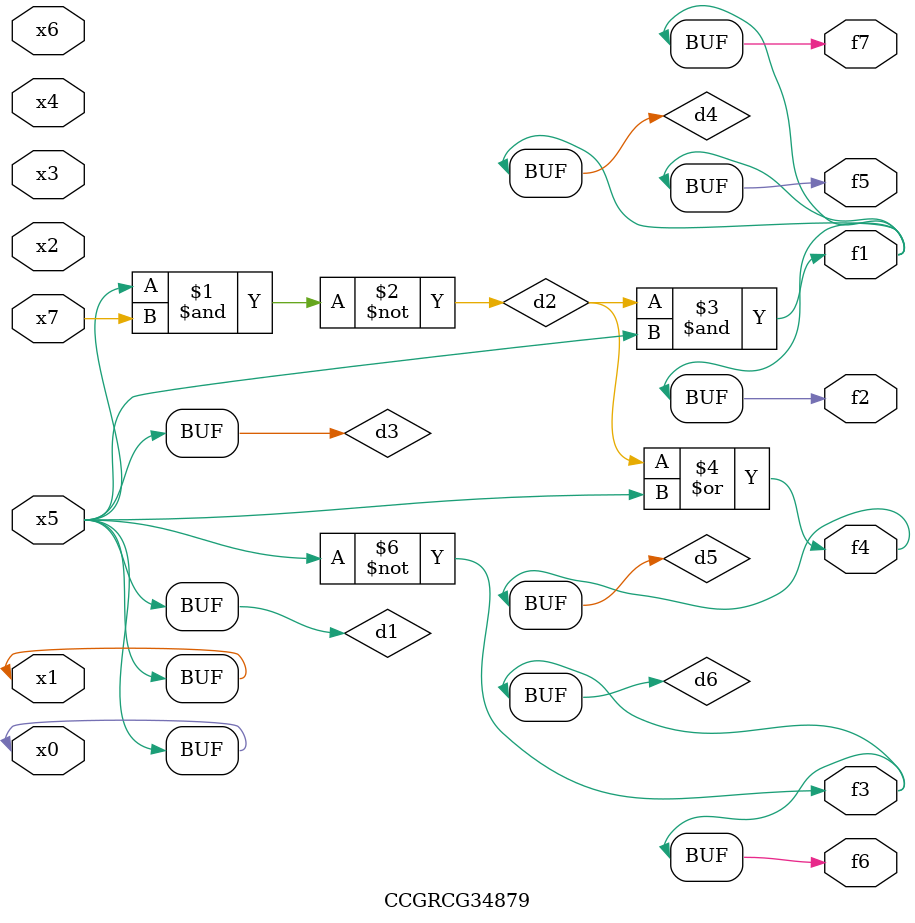
<source format=v>
module CCGRCG34879(
	input x0, x1, x2, x3, x4, x5, x6, x7,
	output f1, f2, f3, f4, f5, f6, f7
);

	wire d1, d2, d3, d4, d5, d6;

	buf (d1, x0, x5);
	nand (d2, x5, x7);
	buf (d3, x0, x1);
	and (d4, d2, d3);
	or (d5, d2, d3);
	nor (d6, d1, d3);
	assign f1 = d4;
	assign f2 = d4;
	assign f3 = d6;
	assign f4 = d5;
	assign f5 = d4;
	assign f6 = d6;
	assign f7 = d4;
endmodule

</source>
